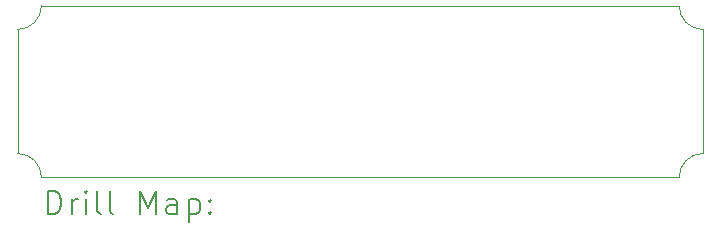
<source format=gbr>
%TF.GenerationSoftware,KiCad,Pcbnew,7.0.7*%
%TF.CreationDate,2023-09-25T23:21:02+02:00*%
%TF.ProjectId,beginner_led_pcb,62656769-6e6e-4657-925f-6c65645f7063,rev?*%
%TF.SameCoordinates,Original*%
%TF.FileFunction,Drillmap*%
%TF.FilePolarity,Positive*%
%FSLAX45Y45*%
G04 Gerber Fmt 4.5, Leading zero omitted, Abs format (unit mm)*
G04 Created by KiCad (PCBNEW 7.0.7) date 2023-09-25 23:21:02*
%MOMM*%
%LPD*%
G01*
G04 APERTURE LIST*
%ADD10C,0.100000*%
%ADD11C,0.200000*%
G04 APERTURE END LIST*
D10*
X25250000Y-11600000D02*
G75*
G03*
X25050000Y-11800000I0J-200000D01*
G01*
X25050000Y-10350000D02*
G75*
G03*
X25250000Y-10550000I200000J0D01*
G01*
X25050000Y-11800000D02*
X19650000Y-11800000D01*
X19650000Y-11800000D02*
G75*
G03*
X19450000Y-11600000I-200000J0D01*
G01*
X19450000Y-10550000D02*
G75*
G03*
X19650000Y-10350000I0J200000D01*
G01*
X19450000Y-11600000D02*
X19450000Y-10550000D01*
X25050000Y-10350000D02*
X19650000Y-10350000D01*
X25250000Y-11600000D02*
X25250000Y-10550000D01*
D11*
X19705777Y-12116484D02*
X19705777Y-11916484D01*
X19705777Y-11916484D02*
X19753396Y-11916484D01*
X19753396Y-11916484D02*
X19781967Y-11926008D01*
X19781967Y-11926008D02*
X19801015Y-11945055D01*
X19801015Y-11945055D02*
X19810539Y-11964103D01*
X19810539Y-11964103D02*
X19820063Y-12002198D01*
X19820063Y-12002198D02*
X19820063Y-12030769D01*
X19820063Y-12030769D02*
X19810539Y-12068865D01*
X19810539Y-12068865D02*
X19801015Y-12087912D01*
X19801015Y-12087912D02*
X19781967Y-12106960D01*
X19781967Y-12106960D02*
X19753396Y-12116484D01*
X19753396Y-12116484D02*
X19705777Y-12116484D01*
X19905777Y-12116484D02*
X19905777Y-11983150D01*
X19905777Y-12021246D02*
X19915301Y-12002198D01*
X19915301Y-12002198D02*
X19924824Y-11992674D01*
X19924824Y-11992674D02*
X19943872Y-11983150D01*
X19943872Y-11983150D02*
X19962920Y-11983150D01*
X20029586Y-12116484D02*
X20029586Y-11983150D01*
X20029586Y-11916484D02*
X20020063Y-11926008D01*
X20020063Y-11926008D02*
X20029586Y-11935531D01*
X20029586Y-11935531D02*
X20039110Y-11926008D01*
X20039110Y-11926008D02*
X20029586Y-11916484D01*
X20029586Y-11916484D02*
X20029586Y-11935531D01*
X20153396Y-12116484D02*
X20134348Y-12106960D01*
X20134348Y-12106960D02*
X20124824Y-12087912D01*
X20124824Y-12087912D02*
X20124824Y-11916484D01*
X20258158Y-12116484D02*
X20239110Y-12106960D01*
X20239110Y-12106960D02*
X20229586Y-12087912D01*
X20229586Y-12087912D02*
X20229586Y-11916484D01*
X20486729Y-12116484D02*
X20486729Y-11916484D01*
X20486729Y-11916484D02*
X20553396Y-12059341D01*
X20553396Y-12059341D02*
X20620063Y-11916484D01*
X20620063Y-11916484D02*
X20620063Y-12116484D01*
X20801015Y-12116484D02*
X20801015Y-12011722D01*
X20801015Y-12011722D02*
X20791491Y-11992674D01*
X20791491Y-11992674D02*
X20772444Y-11983150D01*
X20772444Y-11983150D02*
X20734348Y-11983150D01*
X20734348Y-11983150D02*
X20715301Y-11992674D01*
X20801015Y-12106960D02*
X20781967Y-12116484D01*
X20781967Y-12116484D02*
X20734348Y-12116484D01*
X20734348Y-12116484D02*
X20715301Y-12106960D01*
X20715301Y-12106960D02*
X20705777Y-12087912D01*
X20705777Y-12087912D02*
X20705777Y-12068865D01*
X20705777Y-12068865D02*
X20715301Y-12049817D01*
X20715301Y-12049817D02*
X20734348Y-12040293D01*
X20734348Y-12040293D02*
X20781967Y-12040293D01*
X20781967Y-12040293D02*
X20801015Y-12030769D01*
X20896253Y-11983150D02*
X20896253Y-12183150D01*
X20896253Y-11992674D02*
X20915301Y-11983150D01*
X20915301Y-11983150D02*
X20953396Y-11983150D01*
X20953396Y-11983150D02*
X20972444Y-11992674D01*
X20972444Y-11992674D02*
X20981967Y-12002198D01*
X20981967Y-12002198D02*
X20991491Y-12021246D01*
X20991491Y-12021246D02*
X20991491Y-12078388D01*
X20991491Y-12078388D02*
X20981967Y-12097436D01*
X20981967Y-12097436D02*
X20972444Y-12106960D01*
X20972444Y-12106960D02*
X20953396Y-12116484D01*
X20953396Y-12116484D02*
X20915301Y-12116484D01*
X20915301Y-12116484D02*
X20896253Y-12106960D01*
X21077205Y-12097436D02*
X21086729Y-12106960D01*
X21086729Y-12106960D02*
X21077205Y-12116484D01*
X21077205Y-12116484D02*
X21067682Y-12106960D01*
X21067682Y-12106960D02*
X21077205Y-12097436D01*
X21077205Y-12097436D02*
X21077205Y-12116484D01*
X21077205Y-11992674D02*
X21086729Y-12002198D01*
X21086729Y-12002198D02*
X21077205Y-12011722D01*
X21077205Y-12011722D02*
X21067682Y-12002198D01*
X21067682Y-12002198D02*
X21077205Y-11992674D01*
X21077205Y-11992674D02*
X21077205Y-12011722D01*
M02*

</source>
